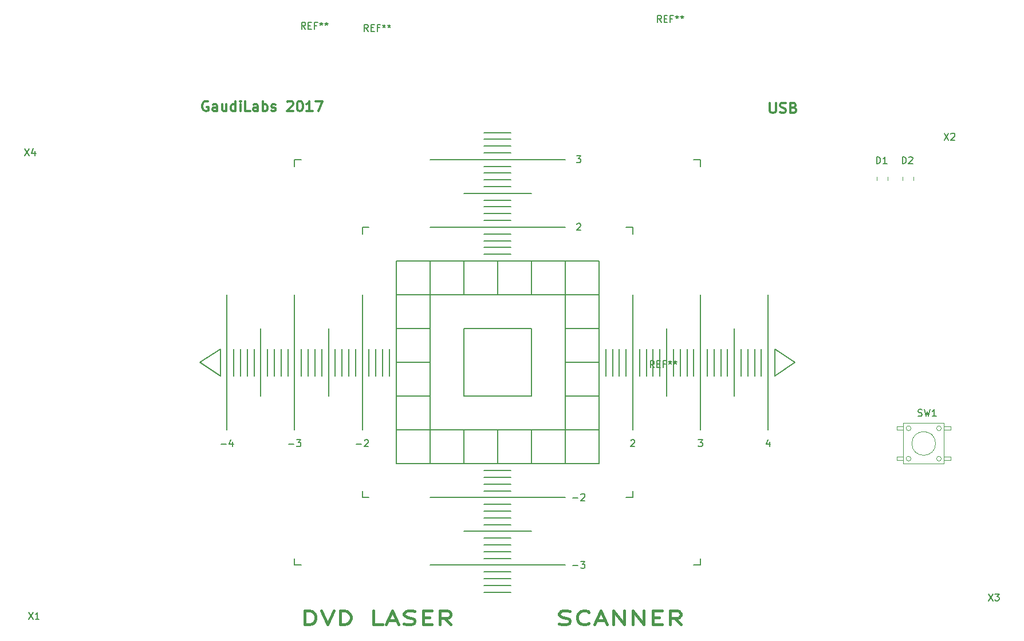
<source format=gbr>
G04 #@! TF.GenerationSoftware,KiCad,Pcbnew,5.1.9*
G04 #@! TF.CreationDate,2021-02-13T13:54:14+01:00*
G04 #@! TF.ProjectId,DVDLaserScanner,4456444c-6173-4657-9253-63616e6e6572,rev?*
G04 #@! TF.SameCoordinates,Original*
G04 #@! TF.FileFunction,Legend,Top*
G04 #@! TF.FilePolarity,Positive*
%FSLAX46Y46*%
G04 Gerber Fmt 4.6, Leading zero omitted, Abs format (unit mm)*
G04 Created by KiCad (PCBNEW 5.1.9) date 2021-02-13 13:54:14*
%MOMM*%
%LPD*%
G01*
G04 APERTURE LIST*
%ADD10C,0.300000*%
%ADD11C,0.400000*%
%ADD12C,0.150000*%
%ADD13C,0.050000*%
G04 APERTURE END LIST*
D10*
X135267142Y-41596571D02*
X135267142Y-42810857D01*
X135338571Y-42953714D01*
X135410000Y-43025142D01*
X135552857Y-43096571D01*
X135838571Y-43096571D01*
X135981428Y-43025142D01*
X136052857Y-42953714D01*
X136124285Y-42810857D01*
X136124285Y-41596571D01*
X136767142Y-43025142D02*
X136981428Y-43096571D01*
X137338571Y-43096571D01*
X137481428Y-43025142D01*
X137552857Y-42953714D01*
X137624285Y-42810857D01*
X137624285Y-42668000D01*
X137552857Y-42525142D01*
X137481428Y-42453714D01*
X137338571Y-42382285D01*
X137052857Y-42310857D01*
X136910000Y-42239428D01*
X136838571Y-42168000D01*
X136767142Y-42025142D01*
X136767142Y-41882285D01*
X136838571Y-41739428D01*
X136910000Y-41668000D01*
X137052857Y-41596571D01*
X137410000Y-41596571D01*
X137624285Y-41668000D01*
X138767142Y-42310857D02*
X138981428Y-42382285D01*
X139052857Y-42453714D01*
X139124285Y-42596571D01*
X139124285Y-42810857D01*
X139052857Y-42953714D01*
X138981428Y-43025142D01*
X138838571Y-43096571D01*
X138267142Y-43096571D01*
X138267142Y-41596571D01*
X138767142Y-41596571D01*
X138910000Y-41668000D01*
X138981428Y-41739428D01*
X139052857Y-41882285D01*
X139052857Y-42025142D01*
X138981428Y-42168000D01*
X138910000Y-42239428D01*
X138767142Y-42310857D01*
X138267142Y-42310857D01*
X52198000Y-41414000D02*
X52055142Y-41342571D01*
X51840857Y-41342571D01*
X51626571Y-41414000D01*
X51483714Y-41556857D01*
X51412285Y-41699714D01*
X51340857Y-41985428D01*
X51340857Y-42199714D01*
X51412285Y-42485428D01*
X51483714Y-42628285D01*
X51626571Y-42771142D01*
X51840857Y-42842571D01*
X51983714Y-42842571D01*
X52198000Y-42771142D01*
X52269428Y-42699714D01*
X52269428Y-42199714D01*
X51983714Y-42199714D01*
X53555142Y-42842571D02*
X53555142Y-42056857D01*
X53483714Y-41914000D01*
X53340857Y-41842571D01*
X53055142Y-41842571D01*
X52912285Y-41914000D01*
X53555142Y-42771142D02*
X53412285Y-42842571D01*
X53055142Y-42842571D01*
X52912285Y-42771142D01*
X52840857Y-42628285D01*
X52840857Y-42485428D01*
X52912285Y-42342571D01*
X53055142Y-42271142D01*
X53412285Y-42271142D01*
X53555142Y-42199714D01*
X54912285Y-41842571D02*
X54912285Y-42842571D01*
X54269428Y-41842571D02*
X54269428Y-42628285D01*
X54340857Y-42771142D01*
X54483714Y-42842571D01*
X54698000Y-42842571D01*
X54840857Y-42771142D01*
X54912285Y-42699714D01*
X56269428Y-42842571D02*
X56269428Y-41342571D01*
X56269428Y-42771142D02*
X56126571Y-42842571D01*
X55840857Y-42842571D01*
X55698000Y-42771142D01*
X55626571Y-42699714D01*
X55555142Y-42556857D01*
X55555142Y-42128285D01*
X55626571Y-41985428D01*
X55698000Y-41914000D01*
X55840857Y-41842571D01*
X56126571Y-41842571D01*
X56269428Y-41914000D01*
X56983714Y-42842571D02*
X56983714Y-41842571D01*
X56983714Y-41342571D02*
X56912285Y-41414000D01*
X56983714Y-41485428D01*
X57055142Y-41414000D01*
X56983714Y-41342571D01*
X56983714Y-41485428D01*
X58412285Y-42842571D02*
X57698000Y-42842571D01*
X57698000Y-41342571D01*
X59555142Y-42842571D02*
X59555142Y-42056857D01*
X59483714Y-41914000D01*
X59340857Y-41842571D01*
X59055142Y-41842571D01*
X58912285Y-41914000D01*
X59555142Y-42771142D02*
X59412285Y-42842571D01*
X59055142Y-42842571D01*
X58912285Y-42771142D01*
X58840857Y-42628285D01*
X58840857Y-42485428D01*
X58912285Y-42342571D01*
X59055142Y-42271142D01*
X59412285Y-42271142D01*
X59555142Y-42199714D01*
X60269428Y-42842571D02*
X60269428Y-41342571D01*
X60269428Y-41914000D02*
X60412285Y-41842571D01*
X60698000Y-41842571D01*
X60840857Y-41914000D01*
X60912285Y-41985428D01*
X60983714Y-42128285D01*
X60983714Y-42556857D01*
X60912285Y-42699714D01*
X60840857Y-42771142D01*
X60698000Y-42842571D01*
X60412285Y-42842571D01*
X60269428Y-42771142D01*
X61555142Y-42771142D02*
X61698000Y-42842571D01*
X61983714Y-42842571D01*
X62126571Y-42771142D01*
X62198000Y-42628285D01*
X62198000Y-42556857D01*
X62126571Y-42414000D01*
X61983714Y-42342571D01*
X61769428Y-42342571D01*
X61626571Y-42271142D01*
X61555142Y-42128285D01*
X61555142Y-42056857D01*
X61626571Y-41914000D01*
X61769428Y-41842571D01*
X61983714Y-41842571D01*
X62126571Y-41914000D01*
X63912285Y-41485428D02*
X63983714Y-41414000D01*
X64126571Y-41342571D01*
X64483714Y-41342571D01*
X64626571Y-41414000D01*
X64698000Y-41485428D01*
X64769428Y-41628285D01*
X64769428Y-41771142D01*
X64698000Y-41985428D01*
X63840857Y-42842571D01*
X64769428Y-42842571D01*
X65698000Y-41342571D02*
X65840857Y-41342571D01*
X65983714Y-41414000D01*
X66055142Y-41485428D01*
X66126571Y-41628285D01*
X66198000Y-41914000D01*
X66198000Y-42271142D01*
X66126571Y-42556857D01*
X66055142Y-42699714D01*
X65983714Y-42771142D01*
X65840857Y-42842571D01*
X65698000Y-42842571D01*
X65555142Y-42771142D01*
X65483714Y-42699714D01*
X65412285Y-42556857D01*
X65340857Y-42271142D01*
X65340857Y-41914000D01*
X65412285Y-41628285D01*
X65483714Y-41485428D01*
X65555142Y-41414000D01*
X65698000Y-41342571D01*
X67626571Y-42842571D02*
X66769428Y-42842571D01*
X67198000Y-42842571D02*
X67198000Y-41342571D01*
X67055142Y-41556857D01*
X66912285Y-41699714D01*
X66769428Y-41771142D01*
X68126571Y-41342571D02*
X69126571Y-41342571D01*
X68483714Y-42842571D01*
D11*
X66500666Y-118760761D02*
X66500666Y-116760761D01*
X67167333Y-116760761D01*
X67567333Y-116856000D01*
X67833999Y-117046476D01*
X67967333Y-117236952D01*
X68100666Y-117617904D01*
X68100666Y-117903619D01*
X67967333Y-118284571D01*
X67833999Y-118475047D01*
X67567333Y-118665523D01*
X67167333Y-118760761D01*
X66500666Y-118760761D01*
X68900666Y-116760761D02*
X69833999Y-118760761D01*
X70767333Y-116760761D01*
X71700666Y-118760761D02*
X71700666Y-116760761D01*
X72367333Y-116760761D01*
X72767333Y-116856000D01*
X73034000Y-117046476D01*
X73167333Y-117236952D01*
X73300666Y-117617904D01*
X73300666Y-117903619D01*
X73167333Y-118284571D01*
X73034000Y-118475047D01*
X72767333Y-118665523D01*
X72367333Y-118760761D01*
X71700666Y-118760761D01*
X77967333Y-118760761D02*
X76633999Y-118760761D01*
X76633999Y-116760761D01*
X78767333Y-118189333D02*
X80100666Y-118189333D01*
X78500666Y-118760761D02*
X79433999Y-116760761D01*
X80367333Y-118760761D01*
X81167333Y-118665523D02*
X81567333Y-118760761D01*
X82233999Y-118760761D01*
X82500666Y-118665523D01*
X82633999Y-118570285D01*
X82767333Y-118379809D01*
X82767333Y-118189333D01*
X82633999Y-117998857D01*
X82500666Y-117903619D01*
X82233999Y-117808380D01*
X81700666Y-117713142D01*
X81433999Y-117617904D01*
X81300666Y-117522666D01*
X81167333Y-117332190D01*
X81167333Y-117141714D01*
X81300666Y-116951238D01*
X81433999Y-116856000D01*
X81700666Y-116760761D01*
X82367333Y-116760761D01*
X82767333Y-116856000D01*
X83967333Y-117713142D02*
X84900666Y-117713142D01*
X85300666Y-118760761D02*
X83967333Y-118760761D01*
X83967333Y-116760761D01*
X85300666Y-116760761D01*
X88100666Y-118760761D02*
X87167333Y-117808380D01*
X86500666Y-118760761D02*
X86500666Y-116760761D01*
X87567333Y-116760761D01*
X87833999Y-116856000D01*
X87967333Y-116951238D01*
X88100666Y-117141714D01*
X88100666Y-117427428D01*
X87967333Y-117617904D01*
X87833999Y-117713142D01*
X87567333Y-117808380D01*
X86500666Y-117808380D01*
X104100666Y-118665523D02*
X104500666Y-118760761D01*
X105167333Y-118760761D01*
X105433999Y-118665523D01*
X105567333Y-118570285D01*
X105700666Y-118379809D01*
X105700666Y-118189333D01*
X105567333Y-117998857D01*
X105433999Y-117903619D01*
X105167333Y-117808380D01*
X104633999Y-117713142D01*
X104367333Y-117617904D01*
X104233999Y-117522666D01*
X104100666Y-117332190D01*
X104100666Y-117141714D01*
X104233999Y-116951238D01*
X104367333Y-116856000D01*
X104633999Y-116760761D01*
X105300666Y-116760761D01*
X105700666Y-116856000D01*
X108500666Y-118570285D02*
X108367333Y-118665523D01*
X107967333Y-118760761D01*
X107700666Y-118760761D01*
X107300666Y-118665523D01*
X107033999Y-118475047D01*
X106900666Y-118284571D01*
X106767333Y-117903619D01*
X106767333Y-117617904D01*
X106900666Y-117236952D01*
X107033999Y-117046476D01*
X107300666Y-116856000D01*
X107700666Y-116760761D01*
X107967333Y-116760761D01*
X108367333Y-116856000D01*
X108500666Y-116951238D01*
X109567333Y-118189333D02*
X110900666Y-118189333D01*
X109300666Y-118760761D02*
X110233999Y-116760761D01*
X111167333Y-118760761D01*
X112100666Y-118760761D02*
X112100666Y-116760761D01*
X113700666Y-118760761D01*
X113700666Y-116760761D01*
X115033999Y-118760761D02*
X115033999Y-116760761D01*
X116633999Y-118760761D01*
X116633999Y-116760761D01*
X117967333Y-117713142D02*
X118900666Y-117713142D01*
X119300666Y-118760761D02*
X117967333Y-118760761D01*
X117967333Y-116760761D01*
X119300666Y-116760761D01*
X122100666Y-118760761D02*
X121167333Y-117808380D01*
X120500666Y-118760761D02*
X120500666Y-116760761D01*
X121567333Y-116760761D01*
X121834000Y-116856000D01*
X121967333Y-116951238D01*
X122100666Y-117141714D01*
X122100666Y-117427428D01*
X121967333Y-117617904D01*
X121834000Y-117713142D01*
X121567333Y-117808380D01*
X120500666Y-117808380D01*
D12*
X100000000Y-75000000D02*
X90000000Y-75000000D01*
X100000000Y-85000000D02*
X100000000Y-75000000D01*
X90000000Y-85000000D02*
X100000000Y-85000000D01*
X90000000Y-75000000D02*
X90000000Y-85000000D01*
X105000000Y-70000000D02*
X85000000Y-70000000D01*
X105000000Y-90000000D02*
X105000000Y-70000000D01*
X85000000Y-90000000D02*
X105000000Y-90000000D01*
X85000000Y-70000000D02*
X85000000Y-90000000D01*
X80000000Y-65000000D02*
X80000000Y-95000000D01*
X110000000Y-65000000D02*
X80000000Y-65000000D01*
X110000000Y-95000000D02*
X110000000Y-65000000D01*
X80000000Y-95000000D02*
X110000000Y-95000000D01*
X85000000Y-60000000D02*
X105000000Y-60000000D01*
X90000000Y-55000000D02*
X100000000Y-55000000D01*
X85000000Y-50000000D02*
X105000000Y-50000000D01*
X115000000Y-70000000D02*
X115000000Y-90000000D01*
X120000000Y-75000000D02*
X120000000Y-85000000D01*
X125000000Y-70000000D02*
X125000000Y-90000000D01*
X130000000Y-75000000D02*
X130000000Y-85000000D01*
X85000000Y-100000000D02*
X105000000Y-100000000D01*
X90000000Y-105000000D02*
X100000000Y-105000000D01*
X85000000Y-110000000D02*
X105000000Y-110000000D01*
X75000000Y-70000000D02*
X75000000Y-90000000D01*
X70000000Y-75000000D02*
X70000000Y-85000000D01*
X65000000Y-70000000D02*
X65000000Y-90000000D01*
X60000000Y-75000000D02*
X60000000Y-85000000D01*
X93000000Y-64000000D02*
X97000000Y-64000000D01*
X93000000Y-63000000D02*
X97000000Y-63000000D01*
X93000000Y-62000000D02*
X97000000Y-62000000D01*
X93000000Y-61000000D02*
X97000000Y-61000000D01*
X93000000Y-59000000D02*
X97000000Y-59000000D01*
X93000000Y-58000000D02*
X97000000Y-58000000D01*
X93000000Y-57000000D02*
X97000000Y-57000000D01*
X93000000Y-56000000D02*
X97000000Y-56000000D01*
X93000000Y-54000000D02*
X97000000Y-54000000D01*
X93000000Y-53000000D02*
X97000000Y-53000000D01*
X93000000Y-52000000D02*
X97000000Y-52000000D01*
X93000000Y-51000000D02*
X97000000Y-51000000D01*
X93000000Y-49000000D02*
X97000000Y-49000000D01*
X93000000Y-48000000D02*
X97000000Y-48000000D01*
X93000000Y-47000000D02*
X97000000Y-47000000D01*
X93000000Y-46000000D02*
X97000000Y-46000000D01*
X114000000Y-60000000D02*
X115000000Y-60000000D01*
X115000000Y-60000000D02*
X115000000Y-61000000D01*
X125000000Y-50000000D02*
X125000000Y-51000000D01*
X124000000Y-50000000D02*
X125000000Y-50000000D01*
X93000000Y-96000000D02*
X97000000Y-96000000D01*
X111000000Y-78000000D02*
X111000000Y-82000000D01*
X112000000Y-82000000D02*
X112000000Y-78000000D01*
X113000000Y-78000000D02*
X113000000Y-82000000D01*
X114000000Y-82000000D02*
X114000000Y-78000000D01*
X116000000Y-78000000D02*
X116000000Y-82000000D01*
X117000000Y-82000000D02*
X117000000Y-78000000D01*
X118000000Y-78000000D02*
X118000000Y-82000000D01*
X119000000Y-82000000D02*
X119000000Y-78000000D01*
X121000000Y-78000000D02*
X121000000Y-82000000D01*
X122000000Y-82000000D02*
X122000000Y-78000000D01*
X123000000Y-78000000D02*
X123000000Y-82000000D01*
X124000000Y-82000000D02*
X124000000Y-78000000D01*
X126000000Y-78000000D02*
X126000000Y-82000000D01*
X127000000Y-82000000D02*
X127000000Y-78000000D01*
X128000000Y-78000000D02*
X128000000Y-82000000D01*
X129000000Y-82000000D02*
X129000000Y-78000000D01*
X93000000Y-97000000D02*
X97000000Y-97000000D01*
X97000000Y-98000000D02*
X93000000Y-98000000D01*
X93000000Y-99000000D02*
X97000000Y-99000000D01*
X93000000Y-101000000D02*
X97000000Y-101000000D01*
X97000000Y-102000000D02*
X93000000Y-102000000D01*
X93000000Y-103000000D02*
X97000000Y-103000000D01*
X97000000Y-104000000D02*
X93000000Y-104000000D01*
X93000000Y-106000000D02*
X97000000Y-106000000D01*
X97000000Y-107000000D02*
X93000000Y-107000000D01*
X93000000Y-108000000D02*
X97000000Y-108000000D01*
X97000000Y-109000000D02*
X93000000Y-109000000D01*
X115000000Y-100000000D02*
X115000000Y-99000000D01*
X114000000Y-100000000D02*
X115000000Y-100000000D01*
X125000000Y-110000000D02*
X125000000Y-109000000D01*
X124000000Y-110000000D02*
X125000000Y-110000000D01*
X79000000Y-78000000D02*
X79000000Y-82000000D01*
X78000000Y-82000000D02*
X78000000Y-78000000D01*
X77000000Y-78000000D02*
X77000000Y-82000000D01*
X76000000Y-82000000D02*
X76000000Y-78000000D01*
X74000000Y-78000000D02*
X74000000Y-82000000D01*
X73000000Y-82000000D02*
X73000000Y-78000000D01*
X71000000Y-78000000D02*
X71000000Y-82000000D01*
X72000000Y-82000000D02*
X72000000Y-78000000D01*
X69000000Y-78000000D02*
X69000000Y-82000000D01*
X68000000Y-78000000D02*
X68000000Y-82000000D01*
X67000000Y-82000000D02*
X67000000Y-78000000D01*
X66000000Y-78000000D02*
X66000000Y-82000000D01*
X64000000Y-82000000D02*
X64000000Y-78000000D01*
X63000000Y-78000000D02*
X63000000Y-82000000D01*
X62000000Y-78000000D02*
X62000000Y-82000000D01*
X61000000Y-82000000D02*
X61000000Y-78000000D01*
X75000000Y-100000000D02*
X76000000Y-100000000D01*
X75000000Y-99000000D02*
X75000000Y-100000000D01*
X65000000Y-110000000D02*
X66000000Y-110000000D01*
X65000000Y-109000000D02*
X65000000Y-110000000D01*
X75000000Y-60000000D02*
X76000000Y-60000000D01*
X75000000Y-61000000D02*
X75000000Y-60000000D01*
X65000000Y-50000000D02*
X66000000Y-50000000D01*
X65000000Y-51000000D02*
X65000000Y-50000000D01*
X131000000Y-78000000D02*
X131000000Y-82000000D01*
X132000000Y-78000000D02*
X132000000Y-82000000D01*
X133000000Y-78000000D02*
X133000000Y-82000000D01*
X134000000Y-78000000D02*
X134000000Y-82000000D01*
X135000000Y-70000000D02*
X135000000Y-90000000D01*
X59000000Y-78000000D02*
X59000000Y-82000000D01*
X58000000Y-78000000D02*
X58000000Y-82000000D01*
X57000000Y-78000000D02*
X57000000Y-82000000D01*
X56000000Y-78000000D02*
X56000000Y-82000000D01*
X55000000Y-70000000D02*
X55000000Y-90000000D01*
X51000000Y-80000000D02*
X54000000Y-78000000D01*
X54000000Y-82000000D02*
X51000000Y-80000000D01*
X54000000Y-78000000D02*
X54000000Y-82000000D01*
X139000000Y-80000000D02*
X136000000Y-78000000D01*
X136000000Y-82000000D02*
X139000000Y-80000000D01*
X136000000Y-78000000D02*
X136000000Y-82000000D01*
X93000000Y-111000000D02*
X97000000Y-111000000D01*
X93000000Y-112000000D02*
X97000000Y-112000000D01*
X93000000Y-113000000D02*
X97000000Y-113000000D01*
X93000000Y-114000000D02*
X97000000Y-114000000D01*
X85000000Y-90000000D02*
X85000000Y-95000000D01*
X80000000Y-90000000D02*
X85000000Y-90000000D01*
X90000000Y-90000000D02*
X90000000Y-95000000D01*
X95000000Y-90000000D02*
X95000000Y-95000000D01*
X100000000Y-90000000D02*
X100000000Y-95000000D01*
X105000000Y-90000000D02*
X105000000Y-95000000D01*
X105000000Y-90000000D02*
X110000000Y-90000000D01*
X105000000Y-85000000D02*
X110000000Y-85000000D01*
X105000000Y-80000000D02*
X110000000Y-80000000D01*
X105000000Y-75000000D02*
X110000000Y-75000000D01*
X105000000Y-70000000D02*
X110000000Y-70000000D01*
X105000000Y-70000000D02*
X105000000Y-65000000D01*
X100000000Y-70000000D02*
X100000000Y-65000000D01*
X95000000Y-70000000D02*
X95000000Y-65000000D01*
X90000000Y-70000000D02*
X90000000Y-65000000D01*
X85000000Y-70000000D02*
X85000000Y-65000000D01*
X85000000Y-70000000D02*
X80000000Y-70000000D01*
X85000000Y-75000000D02*
X80000000Y-75000000D01*
X85000000Y-80000000D02*
X80000000Y-80000000D01*
X85000000Y-85000000D02*
X80000000Y-85000000D01*
D13*
X152704400Y-52552600D02*
X152704400Y-53060600D01*
X151079600Y-52552600D02*
X151079600Y-53060600D01*
X156514400Y-52552600D02*
X156514400Y-53060600D01*
X154889600Y-52552600D02*
X154889600Y-53060600D01*
X155000000Y-89000000D02*
X161000000Y-89000000D01*
X159749200Y-92000000D02*
G75*
G03*
X159749200Y-92000000I-1749200J0D01*
G01*
X155000000Y-95000000D02*
X155000000Y-89000000D01*
X161000000Y-95000000D02*
X155000000Y-95000000D01*
X161000000Y-89000000D02*
X161000000Y-95000000D01*
X161000000Y-90000000D02*
X162000000Y-90000000D01*
X162000000Y-89500000D02*
X162000000Y-90000000D01*
X161000000Y-89500000D02*
X162000000Y-89500000D01*
X154000000Y-90000000D02*
X155000000Y-90000000D01*
X154000000Y-89500000D02*
X154000000Y-90000000D01*
X155000000Y-89500000D02*
X154000000Y-89500000D01*
X154000000Y-94500000D02*
X155000000Y-94500000D01*
X154000000Y-94000000D02*
X154000000Y-94500000D01*
X155000000Y-94000000D02*
X154000000Y-94000000D01*
X162000000Y-94000000D02*
X161000000Y-94000000D01*
X162000000Y-94500000D02*
X162000000Y-94000000D01*
X161000000Y-94500000D02*
X162000000Y-94500000D01*
X156103553Y-89750000D02*
G75*
G03*
X156103553Y-89750000I-353553J0D01*
G01*
X160603553Y-89750000D02*
G75*
G03*
X160603553Y-89750000I-353553J0D01*
G01*
X160603553Y-94250000D02*
G75*
G03*
X160603553Y-94250000I-353553J0D01*
G01*
X156103553Y-94250000D02*
G75*
G03*
X156103553Y-94250000I-353553J0D01*
G01*
D12*
X75882666Y-31012380D02*
X75549333Y-30536190D01*
X75311238Y-31012380D02*
X75311238Y-30012380D01*
X75692190Y-30012380D01*
X75787428Y-30060000D01*
X75835047Y-30107619D01*
X75882666Y-30202857D01*
X75882666Y-30345714D01*
X75835047Y-30440952D01*
X75787428Y-30488571D01*
X75692190Y-30536190D01*
X75311238Y-30536190D01*
X76311238Y-30488571D02*
X76644571Y-30488571D01*
X76787428Y-31012380D02*
X76311238Y-31012380D01*
X76311238Y-30012380D01*
X76787428Y-30012380D01*
X77549333Y-30488571D02*
X77216000Y-30488571D01*
X77216000Y-31012380D02*
X77216000Y-30012380D01*
X77692190Y-30012380D01*
X78216000Y-30012380D02*
X78216000Y-30250476D01*
X77977904Y-30155238D02*
X78216000Y-30250476D01*
X78454095Y-30155238D01*
X78073142Y-30440952D02*
X78216000Y-30250476D01*
X78358857Y-30440952D01*
X78977904Y-30012380D02*
X78977904Y-30250476D01*
X78739809Y-30155238D02*
X78977904Y-30250476D01*
X79216000Y-30155238D01*
X78835047Y-30440952D02*
X78977904Y-30250476D01*
X79120761Y-30440952D01*
X54142857Y-92071428D02*
X54904761Y-92071428D01*
X55809523Y-91785714D02*
X55809523Y-92452380D01*
X55571428Y-91404761D02*
X55333333Y-92119047D01*
X55952380Y-92119047D01*
X64142857Y-92071428D02*
X64904761Y-92071428D01*
X65285714Y-91452380D02*
X65904761Y-91452380D01*
X65571428Y-91833333D01*
X65714285Y-91833333D01*
X65809523Y-91880952D01*
X65857142Y-91928571D01*
X65904761Y-92023809D01*
X65904761Y-92261904D01*
X65857142Y-92357142D01*
X65809523Y-92404761D01*
X65714285Y-92452380D01*
X65428571Y-92452380D01*
X65333333Y-92404761D01*
X65285714Y-92357142D01*
X74142857Y-92071428D02*
X74904761Y-92071428D01*
X75333333Y-91547619D02*
X75380952Y-91500000D01*
X75476190Y-91452380D01*
X75714285Y-91452380D01*
X75809523Y-91500000D01*
X75857142Y-91547619D01*
X75904761Y-91642857D01*
X75904761Y-91738095D01*
X75857142Y-91880952D01*
X75285714Y-92452380D01*
X75904761Y-92452380D01*
X106142857Y-110071428D02*
X106904761Y-110071428D01*
X107285714Y-109452380D02*
X107904761Y-109452380D01*
X107571428Y-109833333D01*
X107714285Y-109833333D01*
X107809523Y-109880952D01*
X107857142Y-109928571D01*
X107904761Y-110023809D01*
X107904761Y-110261904D01*
X107857142Y-110357142D01*
X107809523Y-110404761D01*
X107714285Y-110452380D01*
X107428571Y-110452380D01*
X107333333Y-110404761D01*
X107285714Y-110357142D01*
X106142857Y-100071428D02*
X106904761Y-100071428D01*
X107333333Y-99547619D02*
X107380952Y-99500000D01*
X107476190Y-99452380D01*
X107714285Y-99452380D01*
X107809523Y-99500000D01*
X107857142Y-99547619D01*
X107904761Y-99642857D01*
X107904761Y-99738095D01*
X107857142Y-99880952D01*
X107285714Y-100452380D01*
X107904761Y-100452380D01*
X135190476Y-91785714D02*
X135190476Y-92452380D01*
X134952380Y-91404761D02*
X134714285Y-92119047D01*
X135333333Y-92119047D01*
X124666666Y-91452380D02*
X125285714Y-91452380D01*
X124952380Y-91833333D01*
X125095238Y-91833333D01*
X125190476Y-91880952D01*
X125238095Y-91928571D01*
X125285714Y-92023809D01*
X125285714Y-92261904D01*
X125238095Y-92357142D01*
X125190476Y-92404761D01*
X125095238Y-92452380D01*
X124809523Y-92452380D01*
X124714285Y-92404761D01*
X124666666Y-92357142D01*
X114714285Y-91547619D02*
X114761904Y-91500000D01*
X114857142Y-91452380D01*
X115095238Y-91452380D01*
X115190476Y-91500000D01*
X115238095Y-91547619D01*
X115285714Y-91642857D01*
X115285714Y-91738095D01*
X115238095Y-91880952D01*
X114666666Y-92452380D01*
X115285714Y-92452380D01*
X106666666Y-49452380D02*
X107285714Y-49452380D01*
X106952380Y-49833333D01*
X107095238Y-49833333D01*
X107190476Y-49880952D01*
X107238095Y-49928571D01*
X107285714Y-50023809D01*
X107285714Y-50261904D01*
X107238095Y-50357142D01*
X107190476Y-50404761D01*
X107095238Y-50452380D01*
X106809523Y-50452380D01*
X106714285Y-50404761D01*
X106666666Y-50357142D01*
X106714285Y-59547619D02*
X106761904Y-59500000D01*
X106857142Y-59452380D01*
X107095238Y-59452380D01*
X107190476Y-59500000D01*
X107238095Y-59547619D01*
X107285714Y-59642857D01*
X107285714Y-59738095D01*
X107238095Y-59880952D01*
X106666666Y-60452380D01*
X107285714Y-60452380D01*
X25650476Y-116972380D02*
X26317142Y-117972380D01*
X26317142Y-116972380D02*
X25650476Y-117972380D01*
X27221904Y-117972380D02*
X26650476Y-117972380D01*
X26936190Y-117972380D02*
X26936190Y-116972380D01*
X26840952Y-117115238D01*
X26745714Y-117210476D01*
X26650476Y-117258095D01*
X161020476Y-46112380D02*
X161687142Y-47112380D01*
X161687142Y-46112380D02*
X161020476Y-47112380D01*
X162020476Y-46207619D02*
X162068095Y-46160000D01*
X162163333Y-46112380D01*
X162401428Y-46112380D01*
X162496666Y-46160000D01*
X162544285Y-46207619D01*
X162591904Y-46302857D01*
X162591904Y-46398095D01*
X162544285Y-46540952D01*
X161972857Y-47112380D01*
X162591904Y-47112380D01*
X167575476Y-114260380D02*
X168242142Y-115260380D01*
X168242142Y-114260380D02*
X167575476Y-115260380D01*
X168527857Y-114260380D02*
X169146904Y-114260380D01*
X168813571Y-114641333D01*
X168956428Y-114641333D01*
X169051666Y-114688952D01*
X169099285Y-114736571D01*
X169146904Y-114831809D01*
X169146904Y-115069904D01*
X169099285Y-115165142D01*
X169051666Y-115212761D01*
X168956428Y-115260380D01*
X168670714Y-115260380D01*
X168575476Y-115212761D01*
X168527857Y-115165142D01*
X25120476Y-48402380D02*
X25787142Y-49402380D01*
X25787142Y-48402380D02*
X25120476Y-49402380D01*
X26596666Y-48735714D02*
X26596666Y-49402380D01*
X26358571Y-48354761D02*
X26120476Y-49069047D01*
X26739523Y-49069047D01*
X151026904Y-50591980D02*
X151026904Y-49591980D01*
X151265000Y-49591980D01*
X151407857Y-49639600D01*
X151503095Y-49734838D01*
X151550714Y-49830076D01*
X151598333Y-50020552D01*
X151598333Y-50163409D01*
X151550714Y-50353885D01*
X151503095Y-50449123D01*
X151407857Y-50544361D01*
X151265000Y-50591980D01*
X151026904Y-50591980D01*
X152550714Y-50591980D02*
X151979285Y-50591980D01*
X152265000Y-50591980D02*
X152265000Y-49591980D01*
X152169761Y-49734838D01*
X152074523Y-49830076D01*
X151979285Y-49877695D01*
X154836904Y-50591980D02*
X154836904Y-49591980D01*
X155075000Y-49591980D01*
X155217857Y-49639600D01*
X155313095Y-49734838D01*
X155360714Y-49830076D01*
X155408333Y-50020552D01*
X155408333Y-50163409D01*
X155360714Y-50353885D01*
X155313095Y-50449123D01*
X155217857Y-50544361D01*
X155075000Y-50591980D01*
X154836904Y-50591980D01*
X155789285Y-49687219D02*
X155836904Y-49639600D01*
X155932142Y-49591980D01*
X156170238Y-49591980D01*
X156265476Y-49639600D01*
X156313095Y-49687219D01*
X156360714Y-49782457D01*
X156360714Y-49877695D01*
X156313095Y-50020552D01*
X155741666Y-50591980D01*
X156360714Y-50591980D01*
X66596666Y-30688380D02*
X66263333Y-30212190D01*
X66025238Y-30688380D02*
X66025238Y-29688380D01*
X66406190Y-29688380D01*
X66501428Y-29736000D01*
X66549047Y-29783619D01*
X66596666Y-29878857D01*
X66596666Y-30021714D01*
X66549047Y-30116952D01*
X66501428Y-30164571D01*
X66406190Y-30212190D01*
X66025238Y-30212190D01*
X67025238Y-30164571D02*
X67358571Y-30164571D01*
X67501428Y-30688380D02*
X67025238Y-30688380D01*
X67025238Y-29688380D01*
X67501428Y-29688380D01*
X68263333Y-30164571D02*
X67930000Y-30164571D01*
X67930000Y-30688380D02*
X67930000Y-29688380D01*
X68406190Y-29688380D01*
X68930000Y-29688380D02*
X68930000Y-29926476D01*
X68691904Y-29831238D02*
X68930000Y-29926476D01*
X69168095Y-29831238D01*
X68787142Y-30116952D02*
X68930000Y-29926476D01*
X69072857Y-30116952D01*
X69691904Y-29688380D02*
X69691904Y-29926476D01*
X69453809Y-29831238D02*
X69691904Y-29926476D01*
X69930000Y-29831238D01*
X69549047Y-30116952D02*
X69691904Y-29926476D01*
X69834761Y-30116952D01*
X119204666Y-29672380D02*
X118871333Y-29196190D01*
X118633238Y-29672380D02*
X118633238Y-28672380D01*
X119014190Y-28672380D01*
X119109428Y-28720000D01*
X119157047Y-28767619D01*
X119204666Y-28862857D01*
X119204666Y-29005714D01*
X119157047Y-29100952D01*
X119109428Y-29148571D01*
X119014190Y-29196190D01*
X118633238Y-29196190D01*
X119633238Y-29148571D02*
X119966571Y-29148571D01*
X120109428Y-29672380D02*
X119633238Y-29672380D01*
X119633238Y-28672380D01*
X120109428Y-28672380D01*
X120871333Y-29148571D02*
X120538000Y-29148571D01*
X120538000Y-29672380D02*
X120538000Y-28672380D01*
X121014190Y-28672380D01*
X121538000Y-28672380D02*
X121538000Y-28910476D01*
X121299904Y-28815238D02*
X121538000Y-28910476D01*
X121776095Y-28815238D01*
X121395142Y-29100952D02*
X121538000Y-28910476D01*
X121680857Y-29100952D01*
X122299904Y-28672380D02*
X122299904Y-28910476D01*
X122061809Y-28815238D02*
X122299904Y-28910476D01*
X122538000Y-28815238D01*
X122157047Y-29100952D02*
X122299904Y-28910476D01*
X122442761Y-29100952D01*
X157166666Y-87904761D02*
X157309523Y-87952380D01*
X157547619Y-87952380D01*
X157642857Y-87904761D01*
X157690476Y-87857142D01*
X157738095Y-87761904D01*
X157738095Y-87666666D01*
X157690476Y-87571428D01*
X157642857Y-87523809D01*
X157547619Y-87476190D01*
X157357142Y-87428571D01*
X157261904Y-87380952D01*
X157214285Y-87333333D01*
X157166666Y-87238095D01*
X157166666Y-87142857D01*
X157214285Y-87047619D01*
X157261904Y-87000000D01*
X157357142Y-86952380D01*
X157595238Y-86952380D01*
X157738095Y-87000000D01*
X158071428Y-86952380D02*
X158309523Y-87952380D01*
X158500000Y-87238095D01*
X158690476Y-87952380D01*
X158928571Y-86952380D01*
X159833333Y-87952380D02*
X159261904Y-87952380D01*
X159547619Y-87952380D02*
X159547619Y-86952380D01*
X159452380Y-87095238D01*
X159357142Y-87190476D01*
X159261904Y-87238095D01*
X118166666Y-80772260D02*
X117833333Y-80296070D01*
X117595238Y-80772260D02*
X117595238Y-79772260D01*
X117976190Y-79772260D01*
X118071428Y-79819880D01*
X118119047Y-79867499D01*
X118166666Y-79962737D01*
X118166666Y-80105594D01*
X118119047Y-80200832D01*
X118071428Y-80248451D01*
X117976190Y-80296070D01*
X117595238Y-80296070D01*
X118595238Y-80248451D02*
X118928571Y-80248451D01*
X119071428Y-80772260D02*
X118595238Y-80772260D01*
X118595238Y-79772260D01*
X119071428Y-79772260D01*
X119833333Y-80248451D02*
X119500000Y-80248451D01*
X119500000Y-80772260D02*
X119500000Y-79772260D01*
X119976190Y-79772260D01*
X120500000Y-79772260D02*
X120500000Y-80010356D01*
X120261904Y-79915118D02*
X120500000Y-80010356D01*
X120738095Y-79915118D01*
X120357142Y-80200832D02*
X120500000Y-80010356D01*
X120642857Y-80200832D01*
X121261904Y-79772260D02*
X121261904Y-80010356D01*
X121023809Y-79915118D02*
X121261904Y-80010356D01*
X121500000Y-79915118D01*
X121119047Y-80200832D02*
X121261904Y-80010356D01*
X121404761Y-80200832D01*
M02*

</source>
